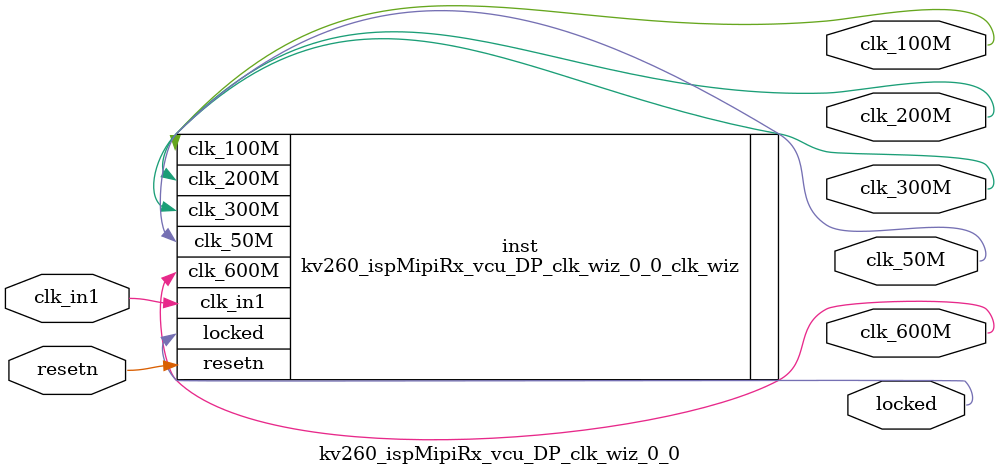
<source format=v>


`timescale 1ps/1ps

(* CORE_GENERATION_INFO = "kv260_ispMipiRx_vcu_DP_clk_wiz_0_0,clk_wiz_v6_0_10_0_0,{component_name=kv260_ispMipiRx_vcu_DP_clk_wiz_0_0,use_phase_alignment=false,use_min_o_jitter=false,use_max_i_jitter=false,use_dyn_phase_shift=false,use_inclk_switchover=false,use_dyn_reconfig=false,enable_axi=0,feedback_source=FDBK_AUTO,PRIMITIVE=MMCM,num_out_clk=5,clkin1_period=10.000,clkin2_period=10.000,use_power_down=false,use_reset=true,use_locked=true,use_inclk_stopped=false,feedback_type=SINGLE,CLOCK_MGR_TYPE=NA,manual_override=false}" *)

module kv260_ispMipiRx_vcu_DP_clk_wiz_0_0 
 (
  // Clock out ports
  output        clk_200M,
  output        clk_100M,
  output        clk_300M,
  output        clk_50M,
  output        clk_600M,
  // Status and control signals
  input         resetn,
  output        locked,
 // Clock in ports
  input         clk_in1
 );

  kv260_ispMipiRx_vcu_DP_clk_wiz_0_0_clk_wiz inst
  (
  // Clock out ports  
  .clk_200M(clk_200M),
  .clk_100M(clk_100M),
  .clk_300M(clk_300M),
  .clk_50M(clk_50M),
  .clk_600M(clk_600M),
  // Status and control signals               
  .resetn(resetn), 
  .locked(locked),
 // Clock in ports
  .clk_in1(clk_in1)
  );

endmodule

</source>
